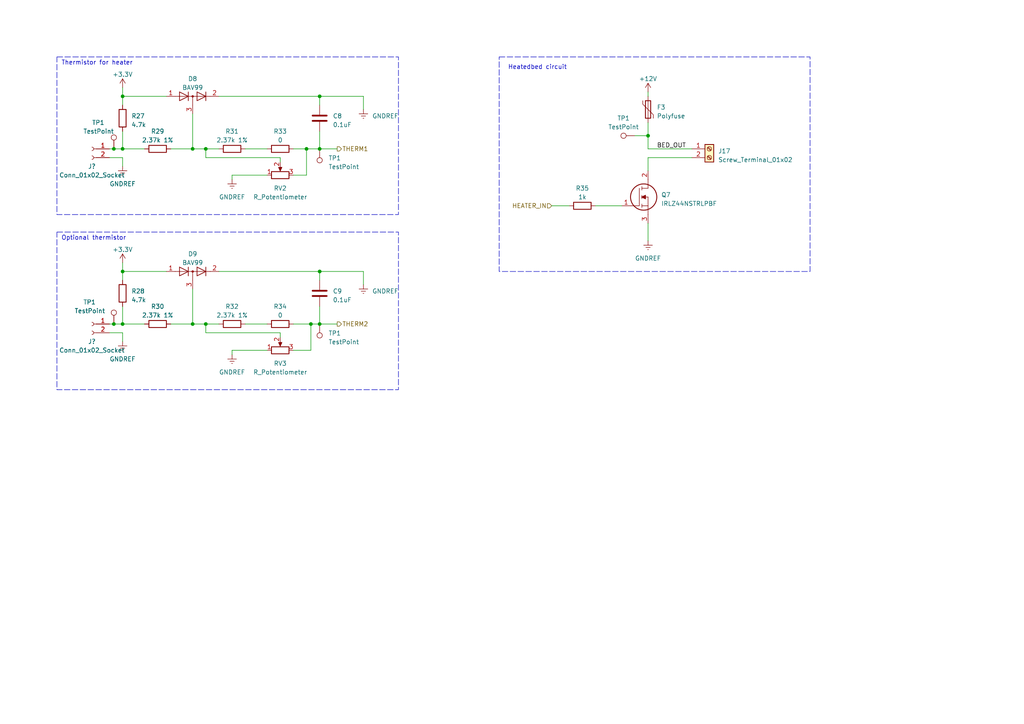
<source format=kicad_sch>
(kicad_sch (version 20230121) (generator eeschema)
  (paper "A4")
  (title_block (title "Greenhouse project FRDM-KL25Z hat") (date "18-03-2023") (rev "v5.0") (company "OnlyPlants") (comment 1 "Author: Emiel Visser"))
  (lib_symbols
    (symbol "Connector:Conn_01x02_Socket" (pin_names (offset 1.016) hide)
      (property "Reference" "J" (at 0 2.54 0))
      (property "Value" "Conn_01x02_Socket" (at 0 -5.08 0))
      (symbol "Conn_01x02_Socket_1_1"
        (arc (start 0 -2.032) (mid -0.5058 -2.54) (end 0 -3.048) (stroke (width 0.1524)))
        (polyline (pts (xy -1.27 -2.54) (xy -0.508 -2.54)) (stroke (width 0.1524)))
        (polyline (pts (xy -1.27 0) (xy -0.508 0)) (stroke (width 0.1524)))
        (arc (start 0 0.508) (mid -0.5058 0) (end 0 -0.508) (stroke (width 0.1524)))
        (pin passive line (at -5.08 0 0) (length 3.81) (name "Pin_1") (number "1"))
        (pin passive line (at -5.08 -2.54 0) (length 3.81) (name "Pin_2") (number "2"))
      )
    )
    (symbol "Connector:Screw_Terminal_01x02" (pin_names (offset 1.016) hide)
      (property "Reference" "J" (at 0 2.54 0))
      (property "Value" "Screw_Terminal_01x02" (at 0 -5.08 0))
      (symbol "Screw_Terminal_01x02_1_1"
        (rectangle (start -1.27 1.27) (end 1.27 -3.81) (stroke (width 0.254)) (fill (type background)))
        (circle (center 0 -2.54) (radius 0.635) (stroke (width 0.1524)))
        (polyline (pts (xy -0.5334 -2.2098) (xy 0.3302 -3.048)) (stroke (width 0.1524)))
        (polyline (pts (xy -0.5334 0.3302) (xy 0.3302 -0.508)) (stroke (width 0.1524)))
        (polyline (pts (xy -0.3556 -2.032) (xy 0.508 -2.8702)) (stroke (width 0.1524)))
        (polyline (pts (xy -0.3556 0.508) (xy 0.508 -0.3302)) (stroke (width 0.1524)))
        (circle (center 0 0) (radius 0.635) (stroke (width 0.1524)))
        (pin passive line (at -5.08 0 0) (length 3.81) (name "Pin_1") (number "1"))
        (pin passive line (at -5.08 -2.54 0) (length 3.81) (name "Pin_2") (number "2"))
      )
    )
    (symbol "Connector:TestPoint" (pin_numbers hide) (pin_names (offset 0.762) hide)
      (property "Reference" "TP" (at 0 6.858 0))
      (property "Value" "TestPoint" (at 0 5.08 0))
      (symbol "TestPoint_0_1"
        (circle (center 0 3.302) (radius 0.762))
      )
      (symbol "TestPoint_1_1"
        (pin passive line (at 0 0 90) (length 2.54) (name "1") (number "1"))
      )
    )
    (symbol "Device:C" (pin_numbers hide) (pin_names (offset 0.254))
      (property "Reference" "C" (at 0.635 2.54 0))
      (property "Value" "C" (at 0.635 -2.54 0))
      (symbol "C_0_1"
        (polyline (pts (xy -2.032 -0.762) (xy 2.032 -0.762)) (stroke (width 0.508)))
        (polyline (pts (xy -2.032 0.762) (xy 2.032 0.762)) (stroke (width 0.508)))
      )
      (symbol "C_1_1"
        (pin passive line (at 0 3.81 270) (length 2.794) (name "~") (number "1"))
        (pin passive line (at 0 -3.81 90) (length 2.794) (name "~") (number "2"))
      )
    )
    (symbol "Device:Polyfuse" (pin_numbers hide) (pin_names (offset 0))
      (property "Reference" "F" (at -2.54 0 90))
      (property "Value" "Polyfuse" (at 2.54 0 90))
      (symbol "Polyfuse_0_1"
        (rectangle (start -0.762 2.54) (end 0.762 -2.54) (stroke (width 0.254)))
        (polyline (pts (xy 0 2.54) (xy 0 -2.54)))
        (polyline (pts (xy -1.524 2.54) (xy -1.524 1.524) (xy 1.524 -1.524) (xy 1.524 -2.54)))
      )
      (symbol "Polyfuse_1_1"
        (pin passive line (at 0 3.81 270) (length 1.27) (name "~") (number "1"))
        (pin passive line (at 0 -3.81 90) (length 1.27) (name "~") (number "2"))
      )
    )
    (symbol "Device:R" (pin_numbers hide) (pin_names (offset 0))
      (property "Reference" "R" (at 2.032 0 90))
      (property "Value" "R" (at 0 0 90))
      (symbol "R_0_1"
        (rectangle (start -1.016 -2.54) (end 1.016 2.54) (stroke (width 0.254)))
      )
      (symbol "R_1_1"
        (pin passive line (at 0 3.81 270) (length 1.27) (name "~") (number "1"))
        (pin passive line (at 0 -3.81 90) (length 1.27) (name "~") (number "2"))
      )
    )
    (symbol "Device:R_Potentiometer" (pin_names (offset 1.016) hide)
      (property "Reference" "RV" (at -4.445 0 90))
      (property "Value" "R_Potentiometer" (at -2.54 0 90))
      (symbol "R_Potentiometer_0_1"
        (polyline (pts (xy 2.54 0) (xy 1.524 0)))
        (polyline (pts (xy 1.143 0) (xy 2.286 0.508) (xy 2.286 -0.508) (xy 1.143 0)) (fill (type outline)))
        (rectangle (start 1.016 2.54) (end -1.016 -2.54) (stroke (width 0.254)))
      )
      (symbol "R_Potentiometer_1_1"
        (pin passive line (at 0 3.81 270) (length 1.27) (name "1") (number "1"))
        (pin passive line (at 3.81 0 180) (length 1.27) (name "2") (number "2"))
        (pin passive line (at 0 -3.81 90) (length 1.27) (name "3") (number "3"))
      )
    )
    (symbol "Diode:BAV99" (pin_names hide)
      (property "Reference" "D" (at 0 5.08 0))
      (property "Value" "BAV99" (at 0 2.54 0))
      (symbol "BAV99_0_1"
        (polyline (pts (xy -5.08 0) (xy 5.08 0)))
      )
      (symbol "BAV99_1_1"
        (polyline (pts (xy 0 0) (xy 0 -2.54)))
        (polyline (pts (xy -1.27 -1.27) (xy -1.27 1.27) (xy -1.27 1.27)) (stroke (width 0.2032)))
        (polyline (pts (xy 3.81 1.27) (xy 3.81 -1.27) (xy 3.81 -1.27)) (stroke (width 0.2032)))
        (polyline (pts (xy -3.81 1.27) (xy -1.27 0) (xy -3.81 -1.27) (xy -3.81 1.27) (xy -3.81 1.27) (xy -3.81 1.27)) (stroke (width 0.2032)))
        (polyline (pts (xy 1.27 1.27) (xy 3.81 0) (xy 1.27 -1.27) (xy 1.27 1.27) (xy 1.27 1.27) (xy 1.27 1.27)) (stroke (width 0.2032)))
        (circle (center 0 0) (radius 0.254) (fill (type outline)))
        (pin passive line (at -7.62 0 0) (length 2.54) (name "K") (number "1"))
        (pin passive line (at 7.62 0 180) (length 2.54) (name "A") (number "2"))
        (pin passive line (at 0 -5.08 90) (length 2.54) (name "K") (number "3"))
      )
    )
    (symbol "SamacSys_Parts:IRLZ44NSTRLPBF" (pin_names (offset 0.762))
      (property "Reference" "Q" (at 11.43 3.81 0))
      (property "Value" "IRLZ44NSTRLPBF" (at 11.43 1.27 0))
      (symbol "IRLZ44NSTRLPBF_0_0"
        (pin passive line (at 0 0 0) (length 2.54) (name "~") (number "1"))
        (pin passive line (at 7.62 10.16 270) (length 2.54) (name "~") (number "2"))
        (pin passive line (at 7.62 -5.08 90) (length 2.54) (name "~") (number "3"))
      )
      (symbol "IRLZ44NSTRLPBF_0_1"
        (polyline (pts (xy 5.842 -0.508) (xy 5.842 0.508)) (stroke (width 0.1524)))
        (polyline (pts (xy 5.842 0) (xy 7.62 0)) (stroke (width 0.1524)))
        (polyline (pts (xy 5.842 2.032) (xy 5.842 3.048)) (stroke (width 0.1524)))
        (polyline (pts (xy 5.842 5.588) (xy 5.842 4.572)) (stroke (width 0.1524)))
        (polyline (pts (xy 7.62 2.54) (xy 5.842 2.54)) (stroke (width 0.1524)))
        (polyline (pts (xy 7.62 2.54) (xy 7.62 -2.54)) (stroke (width 0.1524)))
        (polyline (pts (xy 7.62 5.08) (xy 5.842 5.08)) (stroke (width 0.1524)))
        (polyline (pts (xy 7.62 5.08) (xy 7.62 7.62)) (stroke (width 0.1524)))
        (polyline (pts (xy 2.54 0) (xy 5.08 0) (xy 5.08 5.08)) (stroke (width 0.1524)))
        (polyline (pts (xy 5.842 2.54) (xy 6.858 3.048) (xy 6.858 2.032) (xy 5.842 2.54)) (stroke (width 0.254)) (fill (type outline)))
        (circle (center 6.35 2.54) (radius 3.81) (stroke (width 0.254)))
      )
    )
    (symbol "power:+12V" (power) (pin_names (offset 0))
      (property "Value" "+12V" (at 0 3.556 0))
      (symbol "+12V_0_1"
        (polyline (pts (xy -0.762 1.27) (xy 0 2.54)))
        (polyline (pts (xy 0 0) (xy 0 2.54)))
        (polyline (pts (xy 0 2.54) (xy 0.762 1.27)))
      )
      (symbol "+12V_1_1"
        (pin power_in line (at 0 0 90) (length 0) hide (name "+12V") (number "1"))
      )
    )
    (symbol "power:+3.3V" (power) (pin_names (offset 0))
      (property "Value" "+3.3V" (at 0 3.556 0))
      (symbol "+3.3V_0_1"
        (polyline (pts (xy -0.762 1.27) (xy 0 2.54)))
        (polyline (pts (xy 0 0) (xy 0 2.54)))
        (polyline (pts (xy 0 2.54) (xy 0.762 1.27)))
      )
      (symbol "+3.3V_1_1"
        (pin power_in line (at 0 0 90) (length 0) hide (name "+3.3V") (number "1"))
      )
    )
    (symbol "power:GNDREF" (power) (pin_names (offset 0))
      (property "Value" "GNDREF" (at 0 -3.81 0))
      (symbol "GNDREF_0_1"
        (polyline (pts (xy -0.635 -1.905) (xy 0.635 -1.905)))
        (polyline (pts (xy -0.127 -2.54) (xy 0.127 -2.54)))
        (polyline (pts (xy 0 -1.27) (xy 0 0)))
        (polyline (pts (xy 1.27 -1.27) (xy -1.27 -1.27)))
      )
      (symbol "GNDREF_1_1"
        (pin power_in line (at 0 0 270) (length 0) hide (name "GNDREF") (number "1"))
      )
    )
  )
  (junction (at 92.71 27.94))
  (junction (at 88.9 43.18))
  (junction (at 59.69 43.18))
  (junction (at 35.56 27.94))
  (junction (at 187.96 39.37))
  (junction (at 55.88 93.98))
  (junction (at 35.56 43.18))
  (junction (at 59.69 93.98))
  (junction (at 55.88 43.18))
  (junction (at 35.56 78.74))
  (junction (at 35.56 93.98))
  (junction (at 90.17 93.98))
  (junction (at 92.71 78.74))
  (junction (at 33.02 93.98))
  (junction (at 92.71 43.18))
  (junction (at 92.71 93.98))
  (junction (at 33.02 43.18))
  (wire (pts (xy 49.53 93.98) (xy 55.88 93.98)))
  (wire (pts (xy 92.71 78.74) (xy 63.5 78.74)))
  (wire (pts (xy 67.31 50.8) (xy 77.47 50.8)))
  (wire (pts (xy 85.09 101.6) (xy 90.17 101.6)))
  (wire (pts (xy 90.17 93.98) (xy 92.71 93.98)))
  (wire (pts (xy 35.56 99.06) (xy 35.56 96.52)))
  (wire (pts (xy 92.71 93.98) (xy 97.79 93.98)))
  (wire (pts (xy 35.56 96.52) (xy 31.75 96.52)))
  (wire (pts (xy 105.41 27.94) (xy 105.41 31.75)))
  (wire (pts (xy 92.71 38.1) (xy 92.71 43.18)))
  (wire (pts (xy 55.88 33.02) (xy 55.88 43.18)))
  (wire (pts (xy 33.02 93.98) (xy 35.56 93.98)))
  (wire (pts (xy 59.69 43.18) (xy 63.5 43.18)))
  (wire (pts (xy 48.26 78.74) (xy 35.56 78.74)))
  (wire (pts (xy 59.69 45.72) (xy 59.69 43.18)))
  (wire (pts (xy 88.9 43.18) (xy 92.71 43.18)))
  (wire (pts (xy 31.75 93.98) (xy 33.02 93.98)))
  (wire (pts (xy 59.69 93.98) (xy 63.5 93.98)))
  (wire (pts (xy 81.28 46.99) (xy 81.28 45.72)))
  (wire (pts (xy 35.56 38.1) (xy 35.56 43.18)))
  (wire (pts (xy 187.96 64.77) (xy 187.96 69.85)))
  (wire (pts (xy 35.56 78.74) (xy 35.56 81.28)))
  (wire (pts (xy 35.56 43.18) (xy 41.91 43.18)))
  (wire (pts (xy 31.75 43.18) (xy 33.02 43.18)))
  (wire (pts (xy 187.96 26.67) (xy 187.96 27.94)))
  (wire (pts (xy 33.02 43.18) (xy 35.56 43.18)))
  (wire (pts (xy 187.96 45.72) (xy 187.96 49.53)))
  (wire (pts (xy 88.9 50.8) (xy 88.9 43.18)))
  (wire (pts (xy 200.66 45.72) (xy 187.96 45.72)))
  (wire (pts (xy 92.71 30.48) (xy 92.71 27.94)))
  (wire (pts (xy 92.71 43.18) (xy 97.79 43.18)))
  (wire (pts (xy 92.71 81.28) (xy 92.71 78.74)))
  (wire (pts (xy 35.56 88.9) (xy 35.56 93.98)))
  (wire (pts (xy 92.71 88.9) (xy 92.71 93.98)))
  (wire (pts (xy 187.96 43.18) (xy 200.66 43.18)))
  (wire (pts (xy 67.31 101.6) (xy 77.47 101.6)))
  (wire (pts (xy 92.71 27.94) (xy 63.5 27.94)))
  (wire (pts (xy 35.56 48.26) (xy 35.56 45.72)))
  (wire (pts (xy 55.88 43.18) (xy 59.69 43.18)))
  (wire (pts (xy 187.96 39.37) (xy 187.96 43.18)))
  (wire (pts (xy 55.88 83.82) (xy 55.88 93.98)))
  (wire (pts (xy 81.28 96.52) (xy 81.28 97.79)))
  (wire (pts (xy 59.69 45.72) (xy 81.28 45.72)))
  (wire (pts (xy 90.17 101.6) (xy 90.17 93.98)))
  (wire (pts (xy 35.56 27.94) (xy 35.56 30.48)))
  (wire (pts (xy 172.72 59.69) (xy 180.34 59.69)))
  (wire (pts (xy 160.02 59.69) (xy 165.1 59.69)))
  (wire (pts (xy 49.53 43.18) (xy 55.88 43.18)))
  (wire (pts (xy 67.31 102.87) (xy 67.31 101.6)))
  (wire (pts (xy 35.56 76.2) (xy 35.56 78.74)))
  (wire (pts (xy 85.09 50.8) (xy 88.9 50.8)))
  (wire (pts (xy 35.56 45.72) (xy 31.75 45.72)))
  (wire (pts (xy 71.12 93.98) (xy 77.47 93.98)))
  (wire (pts (xy 85.09 93.98) (xy 90.17 93.98)))
  (wire (pts (xy 105.41 78.74) (xy 92.71 78.74)))
  (wire (pts (xy 81.28 96.52) (xy 59.69 96.52)))
  (wire (pts (xy 35.56 93.98) (xy 41.91 93.98)))
  (wire (pts (xy 184.15 39.37) (xy 187.96 39.37)))
  (wire (pts (xy 67.31 52.07) (xy 67.31 50.8)))
  (wire (pts (xy 71.12 43.18) (xy 77.47 43.18)))
  (wire (pts (xy 105.41 27.94) (xy 92.71 27.94)))
  (wire (pts (xy 48.26 27.94) (xy 35.56 27.94)))
  (wire (pts (xy 187.96 35.56) (xy 187.96 39.37)))
  (wire (pts (xy 35.56 25.4) (xy 35.56 27.94)))
  (wire (pts (xy 105.41 78.74) (xy 105.41 82.55)))
  (wire (pts (xy 55.88 93.98) (xy 59.69 93.98)))
  (wire (pts (xy 59.69 93.98) (xy 59.69 96.52)))
  (wire (pts (xy 85.09 43.18) (xy 88.9 43.18)))
  (rectangle (start 144.78 16.51) (end 234.95 78.74) (stroke (width 0) (type dash)))
  (rectangle (start 16.51 16.51) (end 115.57 62.23) (stroke (width 0) (type dash)))
  (rectangle (start 16.51 67.31) (end 115.57 113.03) (stroke (width 0) (type dash)))
  (text "Heatedbed circuit" (at 147.32 20.32 0) (effects (font (size 1.27 1.27)) (justify left bottom)))
  (text "Optional thermistor" (at 17.78 69.85 0) (effects (font (size 1.27 1.27)) (justify left bottom)))
  (text "Thermistor for heater" (at 17.78 19.05 0) (effects (font (size 1.27 1.27)) (justify left bottom)))
  (label "BED_OUT" (at 190.5 43.18 0))
  (hierarchical_label "THERM2" (shape output) (at 97.79 93.98 0))
  (hierarchical_label "THERM1" (shape output) (at 97.79 43.18 0))
  (hierarchical_label "HEATER_IN" (shape input) (at 160.02 59.69 180))
  (symbol (lib_id "power:GNDREF") (at 67.31 52.07 0) (unit 1)
    (property "Reference" "#PWR064" (effects hide))
    (property "Value" "GNDREF" (at 67.31 57.15 0))
  )
  (symbol (lib_id "Device:R") (at 45.72 93.98 90) (unit 1)
    (property "Reference" "R30" (at 45.72 88.9 90))
    (property "Value" "2.37k 1%" (at 45.72 91.44 90))
    (property "Footprint" "Resistor_SMD:R_1206_3216Metric_Pad1.30x1.75mm_HandSolder" (effects hide))
  )
  (symbol (lib_id "Device:R") (at 81.28 93.98 270) (mirror x) (unit 1)
    (property "Reference" "R34" (at 81.28 88.9 90))
    (property "Value" "0" (at 81.28 91.44 90))
    (property "Footprint" "Resistor_SMD:R_1206_3216Metric_Pad1.30x1.75mm_HandSolder" (effects hide))
  )
  (symbol (lib_id "power:+3.3V") (at 35.56 76.2 0) (unit 1)
    (property "Reference" "#PWR062" (effects hide))
    (property "Value" "+3.3V" (at 35.56 72.39 0))
  )
  (symbol (lib_id "Device:R") (at 81.28 43.18 270) (mirror x) (unit 1)
    (property "Reference" "R33" (at 81.28 38.1 90))
    (property "Value" "0" (at 81.28 40.64 90))
    (property "Footprint" "Resistor_SMD:R_1206_3216Metric_Pad1.30x1.75mm_HandSolder" (effects hide))
  )
  (symbol (lib_id "Device:C") (at 92.71 34.29 180) (unit 1)
    (property "Reference" "C8" (at 96.52 33.655 0) (effects (justify right)))
    (property "Value" "0.1uF" (at 96.52 36.195 0) (effects (justify right)))
    (property "Footprint" "Capacitor_SMD:C_1206_3216Metric_Pad1.33x1.80mm_HandSolder" (effects hide))
  )
  (symbol (lib_id "power:+3.3V") (at 35.56 25.4 0) (unit 1)
    (property "Reference" "#PWR060" (effects hide))
    (property "Value" "+3.3V" (at 35.56 21.59 0))
  )
  (symbol (lib_id "Device:Polyfuse") (at 187.96 31.75 0) (unit 1)
    (property "Reference" "F3" (at 190.5 31.115 0) (effects (justify left)))
    (property "Value" "Polyfuse" (at 190.5 33.655 0) (effects (justify left)))
    (property "Footprint" "Fuse:Fuse_2920_7451Metric_Pad2.10x5.45mm_HandSolder" (effects hide))
  )
  (symbol (lib_id "Connector:TestPoint") (at 33.02 43.18 0) (unit 1) (in_bom no)
    (property "Reference" "TP1" (at 26.67 35.56 0) (effects (justify left)))
    (property "Value" "TestPoint" (at 24.13 38.1 0) (effects (justify left)))
    (property "Footprint" "TestPoint:TestPoint_Pad_D2.0mm" (effects hide))
    (instances (project "greenhouse_project_hat" (path "" (reference "TP1") (unit 1)) (path "" (reference "TP19") (unit 1))))
  )
  (symbol (lib_id "Connector:Screw_Terminal_01x02") (at 205.74 43.18 0) (unit 1)
    (property "Reference" "J17" (at 208.28 43.815 0) (effects (justify left)))
    (property "Value" "Screw_Terminal_01x02" (at 208.28 46.355 0) (effects (justify left)))
    (property "Footprint" "TerminalBlock:TerminalBlock_bornier-2_P5.08mm" (effects hide))
  )
  (symbol (lib_id "Diode:BAV99") (at 55.88 78.74 0) (unit 1)
    (property "Reference" "D9" (at 55.88 73.66 0))
    (property "Value" "BAV99" (at 55.88 76.2 0))
    (property "Footprint" "Package_TO_SOT_SMD:SOT-23" (effects hide))
    (property "Datasheet" "https://assets.nexperia.com/documents/data-sheet/BAV99_SER.pdf" (effects hide))
  )
  (symbol (lib_id "power:GNDREF") (at 105.41 82.55 0) (unit 1)
    (property "Reference" "#PWR067" (effects hide))
    (property "Value" "GNDREF" (at 107.95 84.455 0) (effects (justify left)))
  )
  (symbol (lib_id "Device:R") (at 67.31 43.18 270) (mirror x) (unit 1)
    (property "Reference" "R31" (at 67.31 38.1 90))
    (property "Value" "2.37k 1%" (at 67.31 40.64 90))
    (property "Footprint" "Resistor_SMD:R_1206_3216Metric_Pad1.30x1.75mm_HandSolder" (effects hide))
  )
  (symbol (lib_id "SamacSys_Parts:IRLZ44NSTRLPBF") (at 180.34 59.69 0) (unit 1)
    (property "Reference" "Q7" (at 191.77 56.515 0) (effects (justify left)))
    (property "Value" "IRLZ44NSTRLPBF" (at 191.77 59.055 0) (effects (justify left)))
    (property "Footprint" "IRF2804STRLPBF" (effects hide))
    (property "Datasheet" "https://www.infineon.com/dgdl/irlz44nspbf.pdf?fileId=5546d462533600a40153567221272727" (effects hide))
    (property "Description" "Infineon IRLZ44NSTRLPBF N-channel MOSFET, 47 A, 55 V HEXFET, 3-Pin D2PAK" (effects hide))
    (property "Height" "4.83" (effects hide))
    (property "Manufacturer_Name" "Infineon" (effects hide))
    (property "Manufacturer_Part_Number" "IRLZ44NSTRLPBF" (effects hide))
    (property "Mouser Part Number" "942-IRLZ44NSTRLPBF" (effects hide))
    (property "Mouser Price/Stock" "https://www.mouser.co.uk/ProductDetail/Infineon-Technologies/IRLZ44NSTRLPBF?qs=9%252BKlkBgLFf1LijFJvUznEg%3D%3D" (effects hide))
    (property "Arrow Part Number" "IRLZ44NSTRLPBF" (effects hide))
    (property "Arrow Price/Stock" "https://www.arrow.com/en/products/irlz44nstrlpbf/infineon-technologies-ag?region=nac" (effects hide))
  )
  (symbol (lib_id "Connector:Conn_01x02_Socket") (at 26.67 93.98 0) (mirror y) (unit 1)
    (property "Reference" "J?" (at 26.67 99.06 0))
    (property "Value" "Conn_01x02_Socket" (at 26.67 101.6 0))
    (property "Footprint" "Connector_JST:JST_PH_B2B-PH-K_1x02_P2.00mm_Vertical" (effects hide))
    (instances (project "greenhouse_project_hat" (path "" (reference "J?") (unit 1)) (path "" (reference "J?") (unit 1)) (path "" (reference "J16") (unit 1))))
  )
  (symbol (lib_id "Device:R") (at 168.91 59.69 90) (mirror x) (unit 1)
    (property "Reference" "R35" (at 168.91 54.61 90))
    (property "Value" "1k" (at 168.91 57.15 90))
    (property "Footprint" "Resistor_SMD:R_1206_3216Metric_Pad1.30x1.75mm_HandSolder" (effects hide))
  )
  (symbol (lib_id "power:GNDREF") (at 35.56 99.06 0) (unit 1)
    (property "Reference" "#PWR063" (effects hide))
    (property "Value" "GNDREF" (at 35.56 104.14 0))
  )
  (symbol (lib_id "Device:R") (at 67.31 93.98 270) (mirror x) (unit 1)
    (property "Reference" "R32" (at 67.31 88.9 90))
    (property "Value" "2.37k 1%" (at 67.31 91.44 90))
    (property "Footprint" "Resistor_SMD:R_1206_3216Metric_Pad1.30x1.75mm_HandSolder" (effects hide))
  )
  (symbol (lib_id "Device:R") (at 35.56 34.29 0) (unit 1)
    (property "Reference" "R27" (at 38.1 33.655 0) (effects (justify left)))
    (property "Value" "4.7k" (at 38.1 36.195 0) (effects (justify left)))
    (property "Footprint" "Resistor_SMD:R_1206_3216Metric_Pad1.30x1.75mm_HandSolder" (effects hide))
  )
  (symbol (lib_id "Connector:TestPoint") (at 184.15 39.37 90) (unit 1) (in_bom no)
    (property "Reference" "TP1" (at 180.848 34.29 90))
    (property "Value" "TestPoint" (at 180.848 36.83 90))
    (property "Footprint" "TestPoint:TestPoint_Pad_D2.0mm" (effects hide))
    (instances (project "greenhouse_project_hat" (path "" (reference "TP1") (unit 1)) (path "" (reference "TP23") (unit 1))))
  )
  (symbol (lib_id "power:GNDREF") (at 105.41 31.75 0) (unit 1)
    (property "Reference" "#PWR066" (effects hide))
    (property "Value" "GNDREF" (at 107.95 33.655 0) (effects (justify left)))
  )
  (symbol (lib_id "Connector:TestPoint") (at 33.02 93.98 0) (unit 1) (in_bom no)
    (property "Reference" "TP1" (at 24.13 87.63 0) (effects (justify left)))
    (property "Value" "TestPoint" (at 21.59 90.17 0) (effects (justify left)))
    (property "Footprint" "TestPoint:TestPoint_Pad_D2.0mm" (effects hide))
    (instances (project "greenhouse_project_hat" (path "" (reference "TP1") (unit 1)) (path "" (reference "TP20") (unit 1))))
  )
  (symbol (lib_id "power:GNDREF") (at 35.56 48.26 0) (unit 1)
    (property "Reference" "#PWR061" (effects hide))
    (property "Value" "GNDREF" (at 35.56 53.34 0))
  )
  (symbol (lib_id "power:GNDREF") (at 67.31 102.87 0) (unit 1)
    (property "Reference" "#PWR065" (effects hide))
    (property "Value" "GNDREF" (at 67.31 107.95 0))
  )
  (symbol (lib_id "Connector:TestPoint") (at 92.71 43.18 180) (unit 1) (in_bom no)
    (property "Reference" "TP1" (at 95.25 45.847 0) (effects (justify right)))
    (property "Value" "TestPoint" (at 95.25 48.387 0) (effects (justify right)))
    (property "Footprint" "TestPoint:TestPoint_Pad_D2.0mm" (effects hide))
    (instances (project "greenhouse_project_hat" (path "" (reference "TP1") (unit 1)) (path "" (reference "TP21") (unit 1))))
  )
  (symbol (lib_id "Device:R_Potentiometer") (at 81.28 50.8 90) (unit 1)
    (property "Reference" "RV2" (at 81.28 54.61 90))
    (property "Value" "R_Potentiometer" (at 81.28 57.15 90))
    (property "Footprint" "Potentiometer_THT:Potentiometer_Bourns_3296W_Vertical" (effects hide))
  )
  (symbol (lib_id "Device:R") (at 35.56 85.09 0) (unit 1)
    (property "Reference" "R28" (at 38.1 84.455 0) (effects (justify left)))
    (property "Value" "4.7k" (at 38.1 86.995 0) (effects (justify left)))
    (property "Footprint" "Resistor_SMD:R_1206_3216Metric_Pad1.30x1.75mm_HandSolder" (effects hide))
  )
  (symbol (lib_id "power:+12V") (at 187.96 26.67 0) (unit 1)
    (property "Reference" "#PWR068" (effects hide))
    (property "Value" "+12V" (at 187.96 22.86 0))
  )
  (symbol (lib_id "Connector:Conn_01x02_Socket") (at 26.67 43.18 0) (mirror y) (unit 1)
    (property "Reference" "J?" (at 26.67 48.26 0))
    (property "Value" "Conn_01x02_Socket" (at 26.67 50.8 0))
    (property "Footprint" "Connector_JST:JST_PH_B2B-PH-K_1x02_P2.00mm_Vertical" (effects hide))
    (instances (project "greenhouse_project_hat" (path "" (reference "J?") (unit 1)) (path "" (reference "J?") (unit 1)) (path "" (reference "J15") (unit 1))))
  )
  (symbol (lib_id "Connector:TestPoint") (at 92.71 93.98 180) (unit 1) (in_bom no)
    (property "Reference" "TP1" (at 95.25 96.647 0) (effects (justify right)))
    (property "Value" "TestPoint" (at 95.25 99.187 0) (effects (justify right)))
    (property "Footprint" "TestPoint:TestPoint_Pad_D2.0mm" (effects hide))
    (instances (project "greenhouse_project_hat" (path "" (reference "TP1") (unit 1)) (path "" (reference "TP22") (unit 1))))
  )
  (symbol (lib_id "Diode:BAV99") (at 55.88 27.94 0) (unit 1)
    (property "Reference" "D8" (at 55.88 22.86 0))
    (property "Value" "BAV99" (at 55.88 25.4 0))
    (property "Footprint" "Package_TO_SOT_SMD:SOT-23" (effects hide))
    (property "Datasheet" "https://assets.nexperia.com/documents/data-sheet/BAV99_SER.pdf" (effects hide))
  )
  (symbol (lib_id "Device:C") (at 92.71 85.09 180) (unit 1)
    (property "Reference" "C9" (at 96.52 84.455 0) (effects (justify right)))
    (property "Value" "0.1uF" (at 96.52 86.995 0) (effects (justify right)))
    (property "Footprint" "Capacitor_SMD:C_1206_3216Metric_Pad1.33x1.80mm_HandSolder" (effects hide))
  )
  (symbol (lib_id "Device:R") (at 45.72 43.18 90) (unit 1)
    (property "Reference" "R29" (at 45.72 38.1 90))
    (property "Value" "2.37k 1%" (at 45.72 40.64 90))
    (property "Footprint" "Resistor_SMD:R_1206_3216Metric_Pad1.30x1.75mm_HandSolder" (effects hide))
  )
  (symbol (lib_id "power:GNDREF") (at 187.96 69.85 0) (unit 1)
    (property "Reference" "#PWR069" (effects hide))
    (property "Value" "GNDREF" (at 187.96 74.93 0))
  )
  (symbol (lib_id "Device:R_Potentiometer") (at 81.28 101.6 90) (unit 1)
    (property "Reference" "RV3" (at 81.28 105.41 90))
    (property "Value" "R_Potentiometer" (at 81.28 107.95 90))
    (property "Footprint" "Potentiometer_THT:Potentiometer_Bourns_3296W_Vertical" (effects hide))
  )
)
</source>
